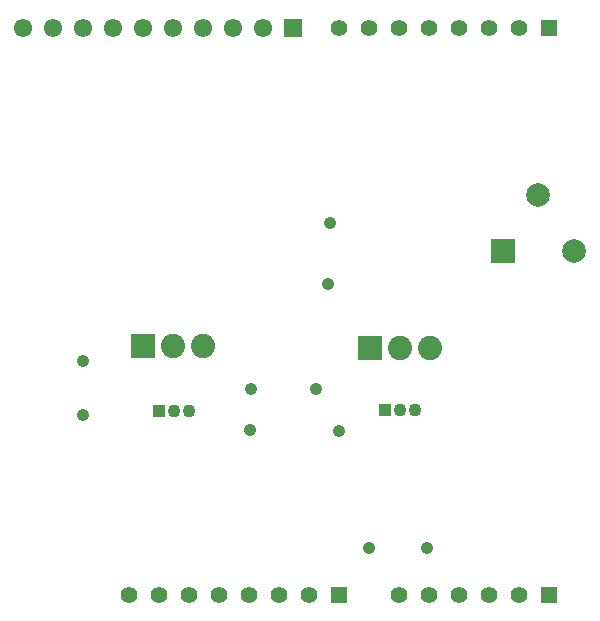
<source format=gbs>
%FSLAX33Y33*%
%MOMM*%
%AMRect-W2049999-H2049999-RO1.500*
21,1,2.049999,2.049999,0.,0.,90*%
%AMRect-W1550000-H1550000-RO1.000*
21,1,1.55,1.55,0.,0.,180*%
%AMRect-W1100000-H1100000-RO0.500*
21,1,1.1,1.1,0.,0.,270*%
%AMRect-W1400000-H1400000-RO0.500*
21,1,1.4,1.4,0.,0.,270*%
%AMRect-W2000000-H2000000-RO1.500*
21,1,2.,2.,0.,0.,90*%
%AMRR-H2000000-W2000000-R1000000-RO1.500*
1,1,2.,-0.,-0.*
1,1,2.,-0.,0.*
1,1,2.,0.,0.*
1,1,2.,0.,-0.*%
%AMRect-W1390000-H1390000-RO0.500*
21,1,1.39,1.39,0.,0.,270*%
%ADD10C,1.0668*%
%ADD11C,2.049999*%
%ADD12Rect-W2049999-H2049999-RO1.500*%
%ADD13C,1.55*%
%ADD14Rect-W1550000-H1550000-RO1.000*%
%ADD15C,1.1*%
%ADD16Rect-W1100000-H1100000-RO0.500*%
%ADD17C,1.4*%
%ADD18Rect-W1400000-H1400000-RO0.500*%
%ADD19Rect-W2000000-H2000000-RO1.500*%
%ADD20RR-H2000000-W2000000-R1000000-RO1.500*%
%ADD21C,1.39*%
%ADD22Rect-W1390000-H1390000-RO0.500*%
D10*
%LNbottom solder mask_traces*%
G01*
X52194Y6530D03*
X37163Y16507D03*
X44714Y16464D03*
X37297Y20030D03*
X23028Y22405D03*
X42738Y20005D03*
X37297Y19964D03*
X47272Y6530D03*
X43932Y34026D03*
X43823Y28862D03*
X23010Y17788D03*
%LNbottom solder mask component f256e903b1b0075b*%
D11*
X30704Y23660D03*
X33244Y23660D03*
D12*
X28164Y23660D03*
%LNbottom solder mask component ec26137bd2f37d22*%
D13*
X38329Y50559D03*
X35789Y50559D03*
X33249Y50559D03*
X30709Y50559D03*
X28169Y50559D03*
X25629Y50559D03*
X23089Y50559D03*
X20549Y50559D03*
X18009Y50559D03*
D14*
X40869Y50559D03*
%LNbottom solder mask component 0f3c5feef51aa351*%
D15*
X32012Y18162D03*
X30742Y18162D03*
D16*
X29472Y18162D03*
%LNbottom solder mask component 623c2cde8dd2ec66*%
D17*
X59948Y2596D03*
X57408Y2596D03*
X54868Y2596D03*
X52328Y2596D03*
X49788Y2596D03*
D18*
X62488Y2596D03*
%LNbottom solder mask component 40c21c38a6e81b0a*%
D19*
X58599Y31692D03*
D20*
X64599Y31692D03*
X61599Y36392D03*
%LNbottom solder mask component 5c777b7311229c55*%
D21*
X42146Y2596D03*
X39606Y2596D03*
X37066Y2596D03*
X34526Y2596D03*
X31986Y2596D03*
X29446Y2596D03*
X26906Y2596D03*
D22*
X44686Y2596D03*
%LNbottom solder mask component 603dce8ef9af0ef7*%
D21*
X59950Y50550D03*
X57410Y50550D03*
X54870Y50550D03*
X52330Y50550D03*
X49790Y50550D03*
X47250Y50550D03*
X44710Y50550D03*
D22*
X62490Y50550D03*
%LNbottom solder mask component 697265a9e9480490*%
D11*
X49855Y23497D03*
X52395Y23497D03*
D12*
X47315Y23497D03*
%LNbottom solder mask component fcda6793b77e14ab*%
D15*
X51156Y18241D03*
X49886Y18241D03*
D16*
X48616Y18241D03*
M02*
</source>
